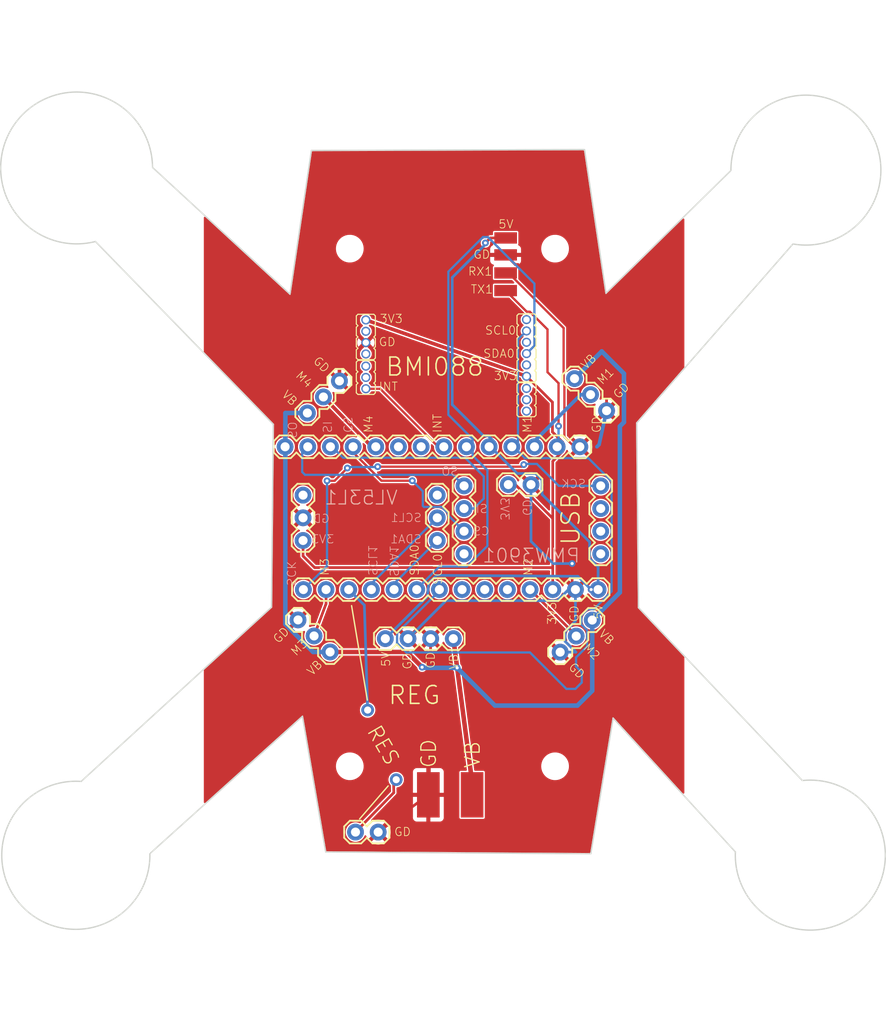
<source format=kicad_pcb>
(kicad_pcb (version 20211014) (generator pcbnew)
  (layers (0 "F.Cu" signal) (1 "In1.Cu" signal) (2 "In2.Cu" signal) (31 "B.Cu" signal) (34 "B.Paste" user) (35 "F.Paste" user) (36 "B.SilkS" user "B.Silkscreen") (37 "F.SilkS" user "F.Silkscreen") (38 "B.Mask" user) (39 "F.Mask" user) (44 "Edge.Cuts" user))
  (net 0 "")
  (net 1 "GND")
  (net 2 "5V")
  (net 3 "VBAT")
  (net 4 "TX1")
  (net 5 "SCK")
  (net 6 "CS")
  (net 7 "MOSI")
  (net 8 "MISO")
  (net 9 "3V3")
  (net 10 "SCL0")
  (net 11 "SDA0")
  (net 12 "RX1")
  (net 13 "INT")
  (net 14 "SDA1")
  (net 15 "SCL1")
  (net 16 "M1")
  (net 17 "M4")
  (net 18 "M3")
  (net 19 "M2")
  (net 20 "LED_MCU")
  (net 21 "LED_LED")
  (footprint "" (layer "F.Cu") (at 189.258542 148.898846)
    (fp_text reference "@HOLE10" hide)
    (fp_text value "" (at 0 0) (layer "F.SilkS") (effects (font (size 1.27 1.27))))
    (pad "" np_thru_hole circle (at 0 0) (size 2.4 2.4) (drill 2.4) (layers *.Cu *.Mask))
  )
  (footprint "" (layer "F.Cu") (at 111.858542 144.198846)
    (fp_text reference "@HOLE17" hide)
    (fp_text value "" (at 0 0) (layer "F.SilkS") (effects (font (size 1.27 1.27))))
    (pad "" np_thru_hole circle (at 0 0) (size 2.4 2.4) (drill 2.4) (layers *.Cu *.Mask))
  )
  (footprint "" (layer "F.Cu") (at 111.758542 65.898846)
    (fp_text reference "@HOLE8" hide)
    (fp_text value "" (at 0 0) (layer "F.SilkS") (effects (font (size 1.27 1.27))))
    (pad "" np_thru_hole circle (at 0 0) (size 2.4 2.4) (drill 2.4) (layers *.Cu *.Mask))
  )
  (footprint "" (layer "F.Cu") (at 189.958542 139.498846)
    (fp_text reference "@HOLE9" hide)
    (fp_text value "" (at 0 0) (layer "F.SilkS") (effects (font (size 1.27 1.27))))
    (pad "" np_thru_hole circle (at 0 0) (size 2.4 2.4) (drill 2.4) (layers *.Cu *.Mask))
  )
  (footprint "teensypi v74:PH005-1-3" (layer "F.Cu") (at 139.858542 91.299246 90)
    (fp_text reference "PH3" hide)
    (fp_text value "PH1X3-05" hide)
    (pad "1" thru_hole circle (at 0 0 180) (size 1.016 1.016) (drill 0.7) (layers *.Cu *.Mask) (net 13 "INT"))
    (pad "2" thru_hole circle (at 1.27 0 180) (size 1.016 1.016) (drill 0.7) (layers *.Cu *.Mask))
    (pad "3" thru_hole circle (at 2.54 0 180) (size 1.016 1.016) (drill 0.7) (layers *.Cu *.Mask))
  )
  (footprint "teensypi v74:1X14" (layer "F.Cu") (at 132.858542 113.798846)
    (fp_text reference "T1" hide)
    (fp_text value "")
    (pad "1" thru_hole circle (at 0 0 90) (size 1.8796 1.8796) (drill 1.016) (layers *.Cu *.Mask) (net 5 "SCK"))
    (pad "2" thru_hole circle (at 2.54 0 90) (size 1.8796 1.8796) (drill 1.016) (layers *.Cu *.Mask) (net 18 "M3"))
    (pad "3" thru_hole circle (at 5.08 0 90) (size 1.8796 1.8796) (drill 1.016) (layers *.Cu *.Mask) (net 20 "LED_MCU"))
    (pad "4" thru_hole circle (at 7.62 0 90) (size 1.8796 1.8796) (drill 1.016) (layers *.Cu *.Mask) (net 15 "SCL1"))
    (pad "5" thru_hole circle (at 10.16 0 90) (size 1.8796 1.8796) (drill 1.016) (layers *.Cu *.Mask) (net 14 "SDA1"))
    (pad "6" thru_hole circle (at 12.7 0 90) (size 1.8796 1.8796) (drill 1.016) (layers *.Cu *.Mask) (net 11 "SDA0"))
    (pad "7" thru_hole circle (at 15.24 0 90) (size 1.8796 1.8796) (drill 1.016) (layers *.Cu *.Mask) (net 10 "SCL0"))
    (pad "8" thru_hole circle (at 17.78 0 90) (size 1.8796 1.8796) (drill 1.016) (layers *.Cu *.Mask))
    (pad "9" thru_hole circle (at 20.32 0 90) (size 1.8796 1.8796) (drill 1.016) (layers *.Cu *.Mask))
    (pad "10" thru_hole circle (at 22.86 0 90) (size 1.8796 1.8796) (drill 1.016) (layers *.Cu *.Mask))
    (pad "11" thru_hole circle (at 25.4 0 90) (size 1.8796 1.8796) (drill 1.016) (layers *.Cu *.Mask) (net 19 "M2"))
    (pad "12" thru_hole circle (at 27.94 0 90) (size 1.8796 1.8796) (drill 1.016) (layers *.Cu *.Mask) (net 9 "3V3"))
    (pad "13" thru_hole circle (at 30.48 0 90) (size 1.8796 1.8796) (drill 1.016) (layers *.Cu *.Mask) (net 1 "GND"))
    (pad "14" thru_hole circle (at 33.02 0 90) (size 1.8796 1.8796) (drill 1.016) (layers *.Cu *.Mask) (net 2 "5V"))
  )
  (footprint "" (layer "F.Cu") (at 107.258542 66.198846)
    (fp_text reference "@HOLE22" hide)
    (fp_text value "" (at 0 0) (layer "F.SilkS") (effects (font (size 1.27 1.27))))
    (pad "" np_thru_hole circle (at 0 0) (size 5 5) (drill 5) (layers *.Cu *.Mask))
  )
  (footprint "teensypi v74:SMD1,27-2,54" (layer "F.Cu") (at 155.515942 80.298846 -90)
    (fp_text reference "PAD6" hide)
    (fp_text value "")
    (pad "1" smd rect (at 0 0 270) (size 1.27 2.54) (layers "F.Cu" "F.Paste" "F.Mask") (net 4 "TX1"))
  )
  (footprint "teensypi v74:1X03" (layer "F.Cu") (at 147.858542 108.298846 90)
    (fp_text reference "VL53L1_1" hide)
    (fp_text value "455-1750-1-ND" hide)
    (pad "1" thru_hole circle (at 0 0 180) (size 1.8796 1.8796) (drill 1.016) (layers *.Cu *.Mask) (net 14 "SDA1"))
    (pad "2" thru_hole circle (at 2.54 0 180) (size 1.8796 1.8796) (drill 1.016) (layers *.Cu *.Mask) (net 15 "SCL1"))
    (pad "3" thru_hole circle (at 5.08 0 180) (size 1.8796 1.8796) (drill 1.016) (layers *.Cu *.Mask))
  )
  (footprint "teensypi v74:1X04" (layer "F.Cu") (at 149.658542 119.298846 180)
    (fp_text reference "REG" hide)
    (fp_text value "")
    (pad "1" thru_hole circle (at 0 0 270) (size 1.8796 1.8796) (drill 1.016) (layers *.Cu *.Mask) (net 3 "VBAT"))
    (pad "2" thru_hole circle (at 2.54 0 270) (size 1.8796 1.8796) (drill 1.016) (layers *.Cu *.Mask) (net 1 "GND"))
    (pad "3" thru_hole circle (at 5.08 0 270) (size 1.8796 1.8796) (drill 1.016) (layers *.Cu *.Mask) (net 1 "GND"))
    (pad "4" thru_hole circle (at 7.62 0 270) (size 1.8796 1.8796) (drill 1.016) (layers *.Cu *.Mask) (net 2 "5V"))
  )
  (footprint "teensypi v74:1X02" (layer "F.Cu") (at 158.358542 102.034637 180)
    (fp_text reference "PMW3901_3" hide)
    (fp_text value "")
    (pad "1" thru_hole circle (at 0 0 270) (size 1.8796 1.8796) (drill 1.016) (layers *.Cu *.Mask) (net 1 "GND"))
    (pad "2" thru_hole circle (at 2.54 0 270) (size 1.8796 1.8796) (drill 1.016) (layers *.Cu *.Mask) (net 9 "3V3"))
  )
  (footprint "" (layer "F.Cu") (at 138.058542 133.598846)
    (fp_text reference "@HOLE20" hide)
    (fp_text value "" (at 0 0) (layer "F.SilkS") (effects (font (size 1.27 1.27))))
    (pad "" np_thru_hole circle (at 0 0) (size 2.6 2.6) (drill 2.6) (layers *.Cu *.Mask))
  )
  (footprint "teensypi v74:SMD1,27-2,54" (layer "F.Cu") (at 155.515942 76.298846 90)
    (fp_text reference "PAD3" hide)
    (fp_text value "")
    (pad "1" smd rect (at 0 0 90) (size 1.27 2.54) (layers "F.Cu" "F.Paste" "F.Mask") (net 1 "GND"))
  )
  (footprint "" (layer "F.Cu") (at 107.158542 144.098846)
    (fp_text reference "@HOLE13" hide)
    (fp_text value "" (at 0 0) (layer "F.SilkS") (effects (font (size 1.27 1.27))))
    (pad "" np_thru_hole circle (at 0 0) (size 5 5) (drill 5) (layers *.Cu *.Mask))
  )
  (footprint "teensypi v74:1X04" (layer "F.Cu") (at 166.169792 109.798846 90)
    (fp_text reference "PMW3901_2" hide)
    (fp_text value "")
    (pad "1" thru_hole circle (at 0 0 180) (size 1.8796 1.8796) (drill 1.016) (layers *.Cu *.Mask))
    (pad "2" thru_hole circle (at 2.54 0 180) (size 1.8796 1.8796) (drill 1.016) (layers *.Cu *.Mask))
    (pad "3" thru_hole circle (at 5.08 0 180) (size 1.8796 1.8796) (drill 1.016) (layers *.Cu *.Mask))
    (pad "4" thru_hole circle (at 7.62 0 180) (size 1.8796 1.8796) (drill 1.016) (layers *.Cu *.Mask) (net 5 "SCK"))
  )
  (footprint "" (layer "F.Cu") (at 102.058542 65.798846)
    (fp_text reference "@HOLE7" hide)
    (fp_text value "" (at 0 0) (layer "F.SilkS") (effects (font (size 1.27 1.27))))
    (pad "" np_thru_hole circle (at 0 0) (size 2.4 2.4) (drill 2.4) (layers *.Cu *.Mask))
  )
  (footprint "" (layer "F.Cu") (at 189.958542 61.498846)
    (fp_text reference "@HOLE1" hide)
    (fp_text value "" (at 0 0) (layer "F.SilkS") (effects (font (size 1.27 1.27))))
    (pad "" np_thru_hole circle (at 0 0) (size 2.4 2.4) (drill 2.4) (layers *.Cu *.Mask))
  )
  (footprint "teensypi v74:1X03" (layer "F.Cu") (at 132.258542 117.198846 -45)
    (fp_text reference "M3" hide)
    (fp_text value "455-1750-1-ND" hide)
    (pad "1" thru_hole circle (at 0 0 45) (size 1.8796 1.8796) (drill 1.016) (layers *.Cu *.Mask) (net 1 "GND"))
    (pad "2" thru_hole circle (at 2.54 0 45) (size 1.8796 1.8796) (drill 1.016) (layers *.Cu *.Mask) (net 18 "M3"))
    (pad "3" thru_hole circle (at 5.08 0 45) (size 1.8796 1.8796) (drill 1.016) (layers *.Cu *.Mask) (net 3 "VBAT"))
  )
  (footprint "teensypi v74:SMD2,54-5,08" (layer "F.Cu") (at 151.758542 136.798846)
    (fp_text reference "PAD14" hide)
    (fp_text value "")
    (pad "1" smd rect (at 0 0) (size 2.54 5.08) (layers "F.Cu" "F.Paste" "F.Mask") (net 3 "VBAT"))
  )
  (footprint "" (layer "F.Cu") (at 138.058542 75.598846)
    (fp_text reference "@HOLE18" hide)
    (fp_text value "" (at 0 0) (layer "F.SilkS") (effects (font (size 1.27 1.27))))
    (pad "" np_thru_hole circle (at 0 0) (size 2.6 2.6) (drill 2.6) (layers *.Cu *.Mask))
  )
  (footprint "" (layer "F.Cu") (at 102.258542 143.698846)
    (fp_text reference "@HOLE16" hide)
    (fp_text value "" (at 0 0) (layer "F.SilkS") (effects (font (size 1.27 1.27))))
    (pad "" np_thru_hole circle (at 0 0) (size 2.4 2.4) (drill 2.4) (layers *.Cu *.Mask))
  )
  (footprint "" (layer "F.Cu") (at 184.758542 65.798846)
    (fp_text reference "@HOLE3" hide)
    (fp_text value "" (at 0 0) (layer "F.SilkS") (effects (font (size 1.27 1.27))))
    (pad "" np_thru_hole circle (at 0 0) (size 2.4 2.4) (drill 2.4) (layers *.Cu *.Mask))
  )
  (footprint "" (layer "F.Cu") (at 194.258542 144.298846)
    (fp_text reference "@HOLE12" hide)
    (fp_text value "" (at 0 0) (layer "F.SilkS") (effects (font (size 1.27 1.27))))
    (pad "" np_thru_hole circle (at 0 0) (size 2.4 2.4) (drill 2.4) (layers *.Cu *.Mask))
  )
  (footprint "teensypi v74:1X04" (layer "F.Cu") (at 150.858542 109.798846 90)
    (fp_text reference "PMW3901_1" hide)
    (fp_text value "")
    (pad "1" thru_hole circle (at 0 0 180) (size 1.8796 1.8796) (drill 1.016) (layers *.Cu *.Mask))
    (pad "2" thru_hole circle (at 2.54 0 180) (size 1.8796 1.8796) (drill 1.016) (layers *.Cu *.Mask) (net 6 "CS"))
    (pad "3" thru_hole circle (at 5.08 0 180) (size 1.8796 1.8796) (drill 1.016) (layers *.Cu *.Mask) (net 7 "MOSI"))
    (pad "4" thru_hole circle (at 7.62 0 180) (size 1.8796 1.8796) (drill 1.016) (layers *.Cu *.Mask) (net 8 "MISO"))
  )
  (footprint "" (layer "F.Cu") (at 107.458542 70.898846)
    (fp_text reference "@HOLE6" hide)
    (fp_text value "" (at 0 0) (layer "F.SilkS") (effects (font (size 1.27 1.27))))
    (pad "" np_thru_hole circle (at 0 0) (size 2.4 2.4) (drill 2.4) (layers *.Cu *.Mask))
  )
  (footprint "teensypi v74:1X14" (layer "F.Cu") (at 130.81 97.798846)
    (fp_text reference "T2" hide)
    (fp_text value "")
    (pad "1" thru_hole circle (at 0 0 90) (size 1.8796 1.8796) (drill 1.016) (layers *.Cu *.Mask) (net 8 "MISO"))
    (pad "2" thru_hole circle (at 2.54 0 90) (size 1.8796 1.8796) (drill 1.016) (layers *.Cu *.Mask) (net 7 "MOSI"))
    (pad "3" thru_hole circle (at 5.08 0 90) (size 1.8796 1.8796) (drill 1.016) (layers *.Cu *.Mask) (net 6 "CS"))
    (pad "4" thru_hole circle (at 7.62 0 90) (size 1.8796 1.8796) (drill 1.016) (layers *.Cu *.Mask) (net 17 "M4"))
    (pad "5" thru_hole circle (at 10.16 0 90) (size 1.8796 1.8796) (drill 1.016) (layers *.Cu *.Mask))
    (pad "6" thru_hole circle (at 12.7 0 90) (size 1.8796 1.8796) (drill 1.016) (layers *.Cu *.Mask))
    (pad "7" thru_hole circle (at 15.24 0 90) (size 1.8796 1.8796) (drill 1.016) (layers *.Cu *.Mask) (net 13 "INT"))
    (pad "8" thru_hole circle (at 17.78 0 90) (size 1.8796 1.8796) (drill 1.016) (layers *.Cu *.Mask))
    (pad "9" thru_hole circle (at 20.32 0 90) (size 1.8796 1.8796) (drill 1.016) (layers *.Cu *.Mask))
    (pad "10" thru_hole circle (at 22.86 0 90) (size 1.8796 1.8796) (drill 1.016) (layers *.Cu *.Mask))
    (pad "11" thru_hole circle (at 25.4 0 90) (size 1.8796 1.8796) (drill 1.016) (layers *.Cu *.Mask) (net 16 "M1"))
    (pad "12" thru_hole circle (at 27.94 0 90) (size 1.8796 1.8796) (drill 1.016) (layers *.Cu *.Mask) (net 4 "TX1"))
    (pad "13" thru_hole circle (at 30.48 0 90) (size 1.8796 1.8796) (drill 1.016) (layers *.Cu *.Mask) (net 12 "RX1"))
    (pad "14" thru_hole circle (at 33.02 0 90) (size 1.8796 1.8796) (drill 1.016) (layers *.Cu *.Mask) (net 1 "GND"))
  )
  (footprint "teensypi v74:1X1" (layer "F.Cu") (at 140.058542 127.298846)
    (fp_text reference "U$2" hide)
    (fp_text value "1X1" hide)
    (pad "1" thru_hole circle (at 0 0) (size 1.4224 1.4224) (drill 0.8) (layers *.Cu *.Mask) (net 20 "LED_MCU"))
  )
  (footprint "teensypi v74:1X1" (layer "F.Cu") (at 143.258542 135.098846)
    (fp_text reference "U$1" hide)
    (fp_text value "1X1" hide)
    (pad "1" thru_hole circle (at 0 0) (size 1.4224 1.4224) (drill 0.8) (layers *.Cu *.Mask) (net 21 "LED_LED"))
  )
  (footprint "" (layer "F.Cu") (at 161.058542 133.598846)
    (fp_text reference "@HOLE21" hide)
    (fp_text value "" (at 0 0) (layer "F.SilkS") (effects (font (size 1.27 1.27))))
    (pad "" np_thru_hole circle (at 0 0) (size 2.6 2.6) (drill 2.6) (layers *.Cu *.Mask))
  )
  (footprint "teensypi v74:SMD2,54-5,08" (layer "F.Cu") (at 146.858542 136.798846)
    (fp_text reference "PAD13" hide)
    (fp_text value "")
    (pad "1" smd rect (at 0 0) (size 2.54 5.08) (layers "F.Cu" "F.Paste" "F.Mask") (net 1 "GND"))
  )
  (footprint "teensypi v74:PH005-1-4" (layer "F.Cu") (at 139.858542 87.398846 90)
    (fp_text reference "BMI088_1" hide)
    (fp_text value "PH1X4-05" hide)
    (pad "1" thru_hole circle (at 0 0 180) (size 1.016 1.016) (drill 0.7) (layers *.Cu *.Mask))
    (pad "2" thru_hole circle (at 1.27 0 180) (size 1.016 1.016) (drill 0.7) (layers *.Cu *.Mask) (net 1 "GND"))
    (pad "3" thru_hole circle (at 2.54 0 180) (size 1.016 1.016) (drill 0.7) (layers *.Cu *.Mask))
    (pad "4" thru_hole circle (at 3.81 0 180) (size 1.016 1.016) (drill 0.7) (layers *.Cu *.Mask) (net 9 "3V3"))
  )
  (footprint "" (layer "F.Cu") (at 107.458542 138.998846)
    (fp_text reference "@HOLE14" hide)
    (fp_text value "" (at 0 0) (layer "F.SilkS") (effects (font (size 1.27 1.27))))
    (pad "" np_thru_hole circle (at 0 0) (size 2.4 2.4) (drill 2.4) (layers *.Cu *.Mask))
  )
  (footprint "" (layer "F.Cu") (at 106.758542 61.498846)
    (fp_text reference "@HOLE5" hide)
    (fp_text value "" (at 0 0) (layer "F.SilkS") (effects (font (size 1.27 1.27))))
    (pad "" np_thru_hole circle (at 0 0) (size 2.4 2.4) (drill 2.4) (layers *.Cu *.Mask))
  )
  (footprint "" (layer "F.Cu") (at 184.758542 143.798846)
    (fp_text reference "@HOLE11" hide)
    (fp_text value "" (at 0 0) (layer "F.SilkS") (effects (font (size 1.27 1.27))))
    (pad "" np_thru_hole circle (at 0 0) (size 2.4 2.4) (drill 2.4) (layers *.Cu *.Mask))
  )
  (footprint "teensypi v74:1X03" (layer "F.Cu") (at 166.827092 93.755428 135)
    (fp_text reference "M1" hide)
    (fp_text value "455-1750-1-ND" hide)
    (pad "1" thru_hole circle (at 0 0 225) (size 1.8796 1.8796) (drill 1.016) (layers *.Cu *.Mask) (net 1 "GND"))
    (pad "2" thru_hole circle (at 2.54 0 225) (size 1.8796 1.8796) (drill 1.016) (layers *.Cu *.Mask) (net 16 "M1"))
    (pad "3" thru_hole circle (at 5.08 0 225) (size 1.8796 1.8796) (drill 1.016) (layers *.Cu *.Mask) (net 3 "VBAT"))
  )
  (footprint "" (layer "F.Cu") (at 161.058542 75.598846)
    (fp_text reference "@HOLE19" hide)
    (fp_text value "" (at 0 0) (layer "F.SilkS") (effects (font (size 1.27 1.27))))
    (pad "" np_thru_hole circle (at 0 0) (size 2.6 2.6) (drill 2.6) (layers *.Cu *.Mask))
  )
  (footprint "" (layer "F.Cu") (at 106.758542 148.798846)
    (fp_text reference "@HOLE15" hide)
    (fp_text value "" (at 0 0) (layer "F.SilkS") (effects (font (size 1.27 1.27))))
    (pad "" np_thru_hole circle (at 0 0) (size 2.4 2.4) (drill 2.4) (layers *.Cu *.Mask))
  )
  (footprint "teensypi v74:PH005-1-3" (layer "F.Cu") (at 157.858542 93.798846 90)
    (fp_text reference "PH2" hide)
    (fp_text value "PH1X3-05" hide)
    (pad "1" thru_hole circle (at 0 0 180) (size 1.016 1.016) (drill 0.7) (layers *.Cu *.Mask))
    (pad "2" thru_hole circle (at 1.27 0 180) (size 1.016 1.016) (drill 0.7) (layers *.Cu *.Mask))
    (pad "3" thru_hole circle (at 2.54 0 180) (size 1.016 1.016) (drill 0.7) (layers *.Cu *.Mask))
  )
  (footprint "" (layer "F.Cu") (at 194.258542 66.298846)
    (fp_text reference "@HOLE4" hide)
    (fp_text value "" (at 0 0) (layer "F.SilkS") (effects (font (size 1.27 1.27))))
    (pad "" np_thru_hole circle (at 0 0) (size 2.4 2.4) (drill 2.4) (layers *.Cu *.Mask))
  )
  (footprint "teensypi v74:PH005-1-6" (layer "F.Cu") (at 157.858542 89.898446 90)
    (fp_text reference "BMI088_2" hide)
    (fp_text value "PH1X6-05" hide)
    (pad "1" thru_hole circle (at 0 0 180) (size 1.016 1.016) (drill 0.7) (layers *.Cu *.Mask) (net 9 "3V3"))
    (pad "2" thru_hole circle (at 1.27 0 180) (size 1.016 1.016) (drill 0.7) (layers *.Cu *.Mask))
    (pad "3" thru_hole circle (at 2.54 0 180) (size 1.016 1.016) (drill 0.7) (layers *.Cu *.Mask) (net 11 "SDA0"))
    (pad "4" thru_hole circle (at 3.81 0 180) (size 1.016 1.016) (drill 0.7) (layers *.Cu *.Mask))
    (pad "5" thru_hole circle (at 5.08 0 180) (size 1.016 1.016) (drill 0.7) (layers *.Cu *.Mask) (net 10 "SCL0"))
    (pad "6" thru_hole circle (at 6.35 0 180) (size 1.016 1.016) (drill 0.7) (layers *.Cu *.Mask))
  )
  (footprint "" (layer "F.Cu") (at 189.658542 144.098846)
    (fp_text reference "@HOLE23" hide)
    (fp_text value "" (at 0 0) (layer "F.SilkS") (effects (font (size 1.27 1.27))))
    (pad "" np_thru_hole circle (at 0 0) (size 5 5) (drill 5) (layers *.Cu *.Mask))
  )
  (footprint "" (layer "F.Cu") (at 189.258542 70.898846)
    (fp_text reference "@HOLE2" hide)
    (fp_text value "" (at 0 0) (layer "F.SilkS") (effects (font (size 1.27 1.27))))
    (pad "" np_thru_hole circle (at 0 0) (size 2.4 2.4) (drill 2.4) (layers *.Cu *.Mask))
  )
  (footprint "" (layer "F.Cu") (at 189.658542 66.198846)
    (fp_text reference "@HOLE0" hide)
    (fp_text value "" (at 0 0) (layer "F.SilkS") (effects (font (size 1.27 1.27))))
    (pad "" np_thru_hole circle (at 0 0) (size 5 5) (drill 5) (layers *.Cu *.Mask))
  )
  (footprint "teensypi v74:SMD1,27-2,54" (layer "F.Cu") (at 155.515942 78.321246 -90)
    (fp_text reference "PAD1" hide)
    (fp_text value "")
    (pad "1" smd rect (at 0 0 270) (size 1.27 2.54) (layers "F.Cu" "F.Paste" "F.Mask") (net 12 "RX1"))
  )
  (footprint "teensypi v74:1X02" (layer "F.Cu") (at 141.237548 140.974146 180)
    (fp_text reference "LED" hide)
    (fp_text value "")
    (pad "1" thru_hole circle (at 0 0 270) (size 1.8796 1.8796) (drill 1.016) (layers *.Cu *.Mask) (net 1 "GND"))
    (pad "2" thru_hole circle (at 2.54 0 270) (size 1.8796 1.8796) (drill 1.016) (layers *.Cu *.Mask) (net 21 "LED_LED"))
  )
  (footprint "teensypi v74:1X03" (layer "F.Cu") (at 136.898473 90.422678 -135)
    (fp_text reference "M4" hide)
    (fp_text value "455-1750-1-ND" hide)
    (pad "1" thru_hole circle (at 0 0 315) (size 1.8796 1.8796) (drill 1.016) (layers *.Cu *.Mask) (net 1 "GND"))
    (pad "2" thru_hole circle (at 2.54 0 315) (size 1.8796 1.8796) (drill 1.016) (layers *.Cu *.Mask) (net 17 "M4"))
    (pad "3" thru_hole circle (at 5.08 0 315) (size 1.8796 1.8796) (drill 1.016) (layers *.Cu *.Mask) (net 3 "VBAT"))
  )
  (footprint "teensypi v74:SMD1,27-2,54" (layer "F.Cu") (at 155.523542 74.398846 -90)
    (fp_text reference "PAD4" hide)
    (fp_text value "")
    (pad "1" smd rect (at 0 0 270) (size 1.27 2.54) (layers "F.Cu" "F.Paste" "F.Mask") (net 2 "5V"))
  )
  (footprint "teensypi v74:1X03" (layer "F.Cu") (at 161.62891 120.807396 45)
    (fp_text reference "M2" hide)
    (fp_text value "455-1750-1-ND" hide)
    (pad "1" thru_hole circle (at 0 0 135) (size 1.8796 1.8796) (drill 1.016) (layers *.Cu *.Mask) (net 1 "GND"))
    (pad "2" thru_hole circle (at 2.54 0 135) (size 1.8796 1.8796) (drill 1.016) (layers *.Cu *.Mask) (net 19 "M2"))
    (pad "3" thru_hole circle (at 5.08 0 135) (size 1.8796 1.8796) (drill 1.016) (layers *.Cu *.Mask) (net 3 "VBAT"))
  )
  (footprint "teensypi v74:1X03" (layer "F.Cu") (at 132.822973 108.298846 90)
    (fp_text reference "VL53L1_2" hide)
    (fp_text value "455-1750-1-ND" hide)
    (pad "1" thru_hole circle (at 0 0 180) (size 1.8796 1.8796) (drill 1.016) (layers *.Cu *.Mask) (net 9 "3V3"))
    (pad "2" thru_hole circle (at 2.54 0 180) (size 1.8796 1.8796) (drill 1.016) (layers *.Cu *.Mask) (net 1 "GND"))
    (pad "3" thru_hole circle (at 5.08 0 180) (size 1.8796 1.8796) (drill 1.016) (layers *.Cu *.Mask))
  )
  (gr_line (start 138.258542 115.598846) (end 140.023563 126.182846) (layer "F.SilkS") (width 0.1524))
  (gr_line (start 142.358542 135.798846) (end 139.158542 139.498846) (layer "F.SilkS") (width 0.1524))
  (gr_arc (start 115.658542 143.398846) (mid 101.350318 149.290616) (end 107.958541 135.298846) (layer "Edge.Cuts") (width 0.1524))
  (gr_arc (start 109.558542 74.798846) (mid 100.715612 61.362732) (end 115.958541 66.498846) (layer "Edge.Cuts") (width 0.1524))
  (gr_line (start 170.201792 95.127665) (end 170.401792 115.827665) (layer "Edge.Cuts") (width 0.1524))
  (gr_line (start 115.758542 143.298846) (end 132.758542 127.998846) (layer "Edge.Cuts") (width 0.1524))
  (gr_line (start 129.490973 95.27439) (end 109.558542 74.798846) (layer "Edge.Cuts") (width 0.1524))
  (gr_line (start 129.490973 95.27439) (end 129.290973 115.77439) (layer "Edge.Cuts") (width 0.1524))
  (gr_line (start 132.758542 127.998846) (end 135.358542 143.198846) (layer "Edge.Cuts") (width 0.1524))
  (gr_line (start 181.258542 143.198846) (end 167.558542 128.198846) (layer "Edge.Cuts") (width 0.1524))
  (gr_arc (start 180.758542 66.798846) (mid 195.58984 61.395293) (end 187.710546 75.073104) (layer "Edge.Cuts") (width 0.1524))
  (gr_line (start 166.758542 80.598846) (end 164.358542 64.498846) (layer "Edge.Cuts") (width 0.1524))
  (gr_line (start 131.358542 80.698846) (end 115.958542 66.498846) (layer "Edge.Cuts") (width 0.1524))
  (gr_line (start 170.201792 95.127665) (end 187.634192 75.158621) (layer "Edge.Cuts") (width 0.1524))
  (gr_line (start 107.958542 135.298846) (end 129.290973 115.77439) (layer "Edge.Cuts") (width 0.1524))
  (gr_line (start 135.358542 143.198846) (end 165.058542 143.398846) (layer "Edge.Cuts") (width 0.1524))
  (gr_line (start 133.758542 64.598846) (end 164.258542 64.498846) (layer "Edge.Cuts") (width 0.1524))
  (gr_line (start 166.758542 80.598846) (end 180.733045 66.873196) (layer "Edge.Cuts") (width 0.1524))
  (gr_line (start 131.358542 80.698846) (end 133.758542 64.598846) (layer "Edge.Cuts") (width 0.1524))
  (gr_arc (start 188.758542 135.198846) (mid 195.784042 149.300879) (end 181.258541 143.198846) (layer "Edge.Cuts") (width 0.1524))
  (gr_line (start 188.758542 135.198846) (end 170.401792 115.827665) (layer "Edge.Cuts") (width 0.1524))
  (gr_line (start 167.558542 128.198846) (end 165.058542 143.398846) (layer "Edge.Cuts") (width 0.1524))
  (gr_text "3V3" (at 136.358542 108.698846) (layer "B.SilkS") (effects (font (size 0.93472 0.93472) (thickness 0.08128)) (justify left bottom mirror)))
  (gr_text "SCK" (at 164.558542 102.498846) (layer "B.SilkS") (effects (font (size 0.93472 0.93472) (thickness 0.08128)) (justify left bottom mirror)))
  (gr_text "SCL1" (at 140.058542 112.298846 -90) (layer "B.SilkS") (effects (font (size 0.93472 0.93472) (thickness 0.08128)) (justify left bottom mirror)))
  (gr_text "SI" (at 134.958542 96.298846 -90) (layer "B.SilkS") (effects (font (size 0.93472 0.93472) (thickness 0.08128)) (justify left bottom mirror)))
  (gr_text "GD" (at 157.358542 105.598846 -90) (layer "B.SilkS") (effects (font (size 0.93472 0.93472) (thickness 0.08128)) (justify left bottom mirror)))
  (gr_text "SDA1" (at 146.158542 108.698846) (layer "B.SilkS") (effects (font (size 0.93472 0.93472) (thickness 0.08128)) (justify left bottom mirror)))
  (gr_text "PMW3901" (at 163.935285 110.9004) (layer "B.SilkS") (effects (font (size 1.542288 1.542288) (thickness 0.134112)) (justify left bottom mirror)))
  (gr_text "SCL1" (at 146.158542 106.298846) (layer "B.SilkS") (effects (font (size 0.93472 0.93472) (thickness 0.08128)) (justify left bottom mirror)))
  (gr_text "CS" (at 137.258542 96.298846 -90) (layer "B.SilkS") (effects (font (size 0.93472 0.93472) (thickness 0.08128)) (justify left bottom mirror)))
  (gr_text "CS" (at 153.758542 107.798846) (layer "B.SilkS") (effects (font (size 0.93472 0.93472) (thickness 0.08128)) (justify left bottom mirror)))
  (gr_text "SCK" (at 130.936142 113.430046 -90) (layer "B.SilkS") (effects (font (size 0.93472 0.93472) (thickness 0.08128)) (justify left bottom mirror)))
  (gr_text "SDA1" (at 142.458542 112.398846 -90) (layer "B.SilkS") (effects (font (size 0.93472 0.93472) (thickness 0.08128)) (justify left bottom mirror)))
  (gr_text "3V3" (at 154.858542 106.098846 -90) (layer "B.SilkS") (effects (font (size 0.93472 0.93472) (thickness 0.08128)) (justify left bottom mirror)))
  (gr_text "SI" (at 153.558542 105.298846) (layer "B.SilkS") (effects (font (size 0.93472 0.93472) (thickness 0.08128)) (justify left bottom mirror)))
  (gr_text "GD" (at 135.858542 106.398846) (layer "B.SilkS") (effects (font (size 0.93472 0.93472) (thickness 0.08128)) (justify left bottom mirror)))
  (gr_text "SO" (at 131.040942 96.908446 -90) (layer "B.SilkS") (effects (font (size 0.93472 0.93472) (thickness 0.08128)) (justify left bottom mirror)))
  (gr_text "VL53L1" (at 143.535285 104.4004) (layer "B.SilkS") (effects (font (size 1.542288 1.542288) (thickness 0.134112)) (justify left bottom mirror)))
  (gr_text "SO" (at 150.258542 101.098846) (layer "B.SilkS") (effects (font (size 0.93472 0.93472) (thickness 0.08128)) (justify left bottom mirror)))
  (gr_text "GD" (at 166.258542 96.298846 90) (layer "F.SilkS") (effects (font (size 0.93472 0.93472) (thickness 0.08128)) (justify left bottom)))
  (gr_text "VB" (at 133.858542 123.598846 45) (layer "F.SilkS") (effects (font (size 0.93472 0.93472) (thickness 0.08128)) (justify left bottom)))
  (gr_text "USB" (at 161.635285 102.7004 90) (layer "F.SilkS") (effects (font (size 2.009648 2.009648) (thickness 0.174752)) (justify right top)))
  (gr_text "TX1" (at 151.558542 80.698846) (layer "F.SilkS") (effects (font (size 0.93472 0.93472) (thickness 0.08128)) (justify left bottom)))
  (gr_text "SCL0" (at 153.158542 85.298846) (layer "F.SilkS") (effects (font (size 0.93472 0.93472) (thickness 0.08128)) (justify left bottom)))
  (gr_text "BMI088" (at 141.958542 90.004943) (layer "F.SilkS") (effects (font (size 2.009648 2.009648) (thickness 0.174752)) (justify left bottom)))
  (gr_text "5V" (at 142.658542 122.498846 90) (layer "F.SilkS") (effects (font (size 0.93472 0.93472) (thickness 0.08128)) (justify left bottom)))
  (gr_text "M1" (at 158.489651 96.298846 90) (layer "F.SilkS") (effects (font (size 0.93472 0.93472) (thickness 0.08128)) (justify left bottom)))
  (gr_text "SDA0" (at 145.858542 112.298846 90) (layer "F.SilkS") (effects (font (size 0.93472 0.93472) (thickness 0.08128)) (justify left bottom)))
  (gr_text "5V" (at 166.458542 117.198846 90) (layer "F.SilkS") (effects (font (size 0.93472 0.93472) (thickness 0.08128)) (justify left bottom)))
  (gr_text "M3" (at 132.058542 121.398846 45) (layer "F.SilkS") (effects (font (size 0.93472 0.93472) (thickness 0.08128)) (justify left bottom)))
  (gr_text "3V3" (at 154.158542 90.398846) (layer "F.SilkS") (effects (font (size 0.93472 0.93472) (thickness 0.08128)) (justify left bottom)))
  (gr_text "VB" (at 164.558542 89.298846 45) (layer "F.SilkS") (effects (font (size 0.93472 0.93472) (thickness 0.08128)) (justify left bottom)))
  (gr_text "GD" (at 141.258542 86.598846) (layer "F.SilkS") (effects (font (size 0.93472 0.93472) (thickness 0.08128)) (justify left bottom)))
  (gr_text "5V" (at 154.658542 73.398846) (layer "F.SilkS") (effects (font (size 0.93472 0.93472) (thickness 0.08128)) (justify left bottom)))
  (gr_text "RES" (at 139.758542 129.604943 300) (layer "F.SilkS") (effects (font (size 1.63576 1.63576) (thickness 0.14224)) (justify left bottom)))
  (gr_text "M3" (at 135.789651 112.298846 90) (layer "F.SilkS") (effects (font (size 0.93472 0.93472) (thickness 0.08128)) (justify left bottom)))
  (gr_text "GD" (at 164.558542 123.198846 315) (layer "F.SilkS") (effects (font (size 0.93472 0.93472) (thickness 0.08128)) (justify right top)))
  (gr_text "M2" (at 166.258542 121.098846 315) (layer "F.SilkS") (effects (font (size 0.93472 0.93472) (thickness 0.08128)) (justify right top)))
  (gr_text "M1" (at 166.358542 90.998846 45) (layer "F.SilkS") (effects (font (size 0.93472 0.93472) (thickness 0.08128)) (justify left bottom)))
  (gr_text "RX1" (at 151.258542 78.698846) (layer "F.SilkS") (effects (font (size 0.93472 0.93472) (thickness 0.08128)) (justify left bottom)))
  (gr_text "INT" (at 141.258542 91.598846) (layer "F.SilkS") (effects (font (size 0.93472 0.93472) (thickness 0.08128)) (justify left bottom)))
  (gr_text "" (at 143.358542 112.198846) (layer "F.SilkS") (effects (font (size 0.93472 0.93472) (thickness 0.08128)) (justify left bottom)))
  (gr_text "VB" (at 132.358542 92.598846 315) (layer "F.SilkS") (effects (font (size 0.93472 0.93472) (thickness 0.08128)) (justify right top)))
  (gr_text "REG" (at 142.258542 126.804943) (layer "F.SilkS") (effects (font (size 2.009648 2.009648) (thickness 0.174752)) (justify left bottom)))
  (gr_text "GD" (at 145.058542 122.798846 90) (layer "F.SilkS") (effects (font (size 0.93472 0.93472) (thickness 0.08128)) (justify left bottom)))
  (gr_text "M4" (at 134.058542 90.598846 315) (layer "F.SilkS") (effects (font (size 0.93472 0.93472) (thickness 0.08128)) (justify right top)))
  (gr_text "SDA0" (at 152.958542 87.898846) (layer "F.SilkS") (effects (font (size 0.93472 0.93472) (thickness 0.08128)) (justify left bottom)))
  (gr_text "GD" (at 151.858542 76.798846) (layer "F.SilkS") (effects (font (size 0.93472 0.93472) (thickness 0.08128)) (justify left bottom)))
  (gr_text "GD" (at 135.958542 88.898846 315) (layer "F.SilkS") (effects (font (size 0.93472 0.93472) (thickness 0.08128)) (justify right top)))
  (gr_text "VB" (at 150.258542 122.798846 90) (layer "F.SilkS") (effects (font (size 0.93472 0.93472) (thickness 0.08128)) (justify left bottom)))
  (gr_text "GD" (at 147.658542 122.698846 90) (layer "F.SilkS") (effects (font (size 0.93472 0.93472) (thickness 0.08128)) (justify left bottom)))
  (gr_text "GD" (at 144.958542 140.398846) (layer "F.SilkS") (effects (font (size 0.93472 0.93472) (thickness 0.08128)) (justify right top)))
  (gr_text "3V3" (at 141.358542 83.998846) (layer "F.SilkS") (effects (font (size 0.93472 0.93472) (thickness 0.08128)) (justify left bottom)))
  (gr_text "GD" (at 147.858542 133.898846 90) (layer "F.SilkS") (effects (font (size 1.63576 1.63576) (thickness 0.14224)) (justify left bottom)))
  (gr_text "3V3" (at 161.258542 117.798846 90) (layer "F.SilkS") (effects (font (size 0.93472 0.93472) (thickness 0.08128)) (justify left bottom)))
  (gr_text "M2" (at 158.589651 112.298846 90) (layer "F.SilkS") (effects (font (size 0.93472 0.93472) (thickness 0.08128)) (justify left bottom)))
  (gr_text "VB" (at 167.858542 119.398846 315) (layer "F.SilkS") (effects (font (size 0.93472 0.93472) (thickness 0.08128)) (justify right top)))
  (gr_text "VB" (at 152.758542 133.898846 90) (layer "F.SilkS") (effects (font (size 1.63576 1.63576) (thickness 0.14224)) (justify left bottom)))
  (gr_text "INT" (at 148.422545 96.298846 90) (layer "F.SilkS") (effects (font (size 0.93472 0.93472) (thickness 0.08128)) (justify left bottom)))
  (gr_text "GD" (at 168.158542 92.598846 45) (layer "F.SilkS") (effects (font (size 0.93472 0.93472) (thickness 0.08128)) (justify left bottom)))
  (gr_text "GD" (at 163.758542 117.498846 90) (layer "F.SilkS") (effects (font (size 0.93472 0.93472) (thickness 0.08128)) (justify left bottom)))
  (gr_text "M4" (at 140.689651 96.298846 90) (layer "F.SilkS") (effects (font (size 0.93472 0.93472) (thickness 0.08128)) (justify left bottom)))
  (gr_text "GD" (at 130.058542 119.998846 45) (layer "F.SilkS") (effects (font (size 0.93472 0.93472) (thickness 0.08128)) (justify left bottom)))
  (gr_text "SCL0" (at 148.458542 113.298846 90) (layer "F.SilkS") (effects (font (size 0.93472 0.93472) (thickness 0.08128)) (justify left bottom)))
  (segment (start 136.298185 102.283634) (end 132.822973 105.758846) (width 0.3048) (layer "F.Cu") (net 1))
  (segment (start 130.100026 125.551809) (end 130.100026 121.149553) (width 0.3048) (layer "F.Cu") (net 1))
  (segment (start 162.966092 110.883271) (end 162.966092 113.426396) (width 0.3048) (layer "F.Cu") (net 1))
  (segment (start 162.966092 113.426396) (end 163.338542 113.798846) (width 0.3048) (layer "F.Cu") (net 1))
  (segment (start 136.898473 89.001834) (end 139.46106 86.439246) (width 0.4064) (layer "F.Cu") (net 1))
  (segment (start 166.827092 87.296346) (end 166.827092 93.755428) (width 0.3048) (layer "F.Cu") (net 1))
  (segment (start 149.319017 101.95824) (end 145.669042 101.95824) (width 0.3048) (layer "F.Cu") (net 1))
  (segment (start 139.46106 86.439246) (end 139.548142 86.439246) (width 0.4064) (layer "F.Cu") (net 1))
  (segment (start 152.398067 101.95824) (end 151.374073 100.934246) (width 0.3048) (layer "F.Cu") (net 1))
  (segment (start 145.343648 102.283634) (end 136.298185 102.283634) (width 0.3048) (layer "F.Cu") (net 1))
  (segment (start 156.598542 77.381446) (end 156.912192 77.381446) (width 0.3048) (layer "F.Cu") (net 1))
  (segment (start 156.912192 77.381446) (end 166.827092 87.296346) (width 0.3048) (layer "F.Cu") (net 1))
  (segment (start 147.080817 123.047796) (end 143.945767 126.182846) (width 0.3048) (layer "F.Cu") (net 1))
  (segment (start 150.34301 100.934246) (end 149.319017 101.95824) (width 0.3048) (layer "F.Cu") (net 1))
  (segment (start 137.503032 126.617512) (end 131.165729 126.617512) (width 0.3048) (layer "F.Cu") (net 1))
  (segment (start 151.374073 100.934246) (end 150.34301 100.934246) (width 0.3048) (layer "F.Cu") (net 1))
  (segment (start 147.080817 123.047796) (end 147.118542 119.298846) (width 0.3048) (layer "F.Cu") (net 1))
  (segment (start 145.669042 101.95824) (end 145.343648 102.283634) (width 0.3048) (layer "F.Cu") (net 1))
  (segment (start 155.515942 76.298846) (end 156.598542 77.381446) (width 0.3048) (layer "F.Cu") (net 1))
  (segment (start 158.358542 102.034637) (end 157.113942 100.790037) (width 0.3048) (layer "F.Cu") (net 1))
  (segment (start 137.937698 126.182846) (end 137.503032 126.617512) (width 0.3048) (layer "F.Cu") (net 1))
  (segment (start 131.165729 126.617512) (end 130.100026 125.551809) (width 0.3048) (layer "F.Cu") (net 1))
  (segment (start 154.13481 101.95824) (end 152.398067 101.95824) (width 0.3048) (layer "F.Cu") (net 1))
  (segment (start 146.958542 135.198846) (end 147.080817 123.047796) (width 0.3048) (layer "F.Cu") (net 1))
  (segment (start 146.858542 136.798846) (end 141.237548 140.974146) (width 0.3048) (layer "F.Cu") (net 1))
  (segment (start 143.945767 126.182846) (end 137.937698 126.182846) (width 0.3048) (layer "F.Cu") (net 1))
  (segment (start 155.303013 100.790037) (end 154.13481 101.95824) (width 0.3048) (layer "F.Cu") (net 1))
  (segment (start 139.548142 86.439246) (end 139.858542 86.128846) (width 0.4064) (layer "F.Cu") (net 1))
  (segment (start 157.113942 100.790037) (end 155.303013 100.790037) (width 0.3048) (layer "F.Cu") (net 1))
  (segment (start 136.898473 90.422678) (end 136.898473 89.001834) (width 0.4064) (layer "F.Cu") (net 1))
  (via (at 162.966092 110.883271) (size 0.7564) (drill 0.35) (layers "F.Cu" "B.Cu") (net 1))
  (segment (start 158.358542 108.392928) (end 158.358542 102.034637) (width 0.3048) (layer "B.Cu") (net 1))
  (segment (start 148.833942 115.043446) (end 144.578542 119.298846) (width 0.3048) (layer "B.Cu") (net 1))
  (segment (start 162.558673 113.798846) (end 161.314073 115.043446) (width 0.3048) (layer "B.Cu") (net 1))
  (segment (start 161.314073 115.043446) (end 148.833942 115.043446) (width 0.3048) (layer "B.Cu") (net 1))
  (segment (start 158.358542 108.392928) (end 160.848885 110.883271) (width 0.3048) (layer "B.Cu") (net 1))
  (segment (start 163.338542 117.337637) (end 162.18036 118.495818) (width 0.3048) (layer "B.Cu") (net 1))
  (segment (start 163.338542 113.798846) (end 163.338542 117.337637) (width 0.3048) (layer "B.Cu") (net 1))
  (segment (start 163.394042 120.807396) (end 161.62891 120.807396) (width 0.3048) (layer "B.Cu") (net 1))
  (segment (start 165.990785 97.55104) (end 165.742979 97.798846) (width 0.4064) (layer "B.Cu") (net 1))
  (segment (start 162.18036 119.593715) (end 163.394042 120.807396) (width 0.3048) (layer "B.Cu") (net 1))
  (segment (start 166.827092 93.755428) (end 165.990785 97.55104) (width 0.4064) (layer "B.Cu") (net 1))
  (segment (start 160.848885 110.883271) (end 162.966092 110.883271) (width 0.3048) (layer "B.Cu") (net 1))
  (segment (start 163.338542 113.798846) (end 162.558673 113.798846) (width 0.3048) (layer "B.Cu") (net 1))
  (segment (start 162.18036 118.495818) (end 162.18036 119.593715) (width 0.3048) (layer "B.Cu") (net 1))
  (segment (start 165.878542 113.798846) (end 165.098673 113.798846) (width 0.3048) (layer "F.Cu") (net 2))
  (segment (start 153.253432 74.957078) (end 153.811663 74.398846) (width 0.3048) (layer "F.Cu") (net 2))
  (segment (start 153.811663 74.398846) (end 155.523542 74.398846) (width 0.3048) (layer "F.Cu") (net 2))
  (via (at 153.253432 74.957078) (size 0.7564) (drill 0.35) (layers "F.Cu" "B.Cu") (net 2))
  (via (at 165.098673 113.798846) (size 0.7564) (drill 0.35) (layers "F.Cu" "B.Cu") (net 2))
  (segment (start 163.614438 112.314612) (end 147.789454 112.205278) (width 0.3048) (layer "B.Cu") (net 2))
  (segment (start 165.878542 111.267728) (end 164.925192 110.314378) (width 0.3048) (layer "B.Cu") (net 2))
  (segment (start 153.55851 96.554246) (end 153.01592 96.554246) (width 0.3048) (layer "B.Cu") (net 2))
  (segment (start 154.287579 97.283315) (end 153.55851 96.554246) (width 0.3048) (layer "B.Cu") (net 2))
  (segment (start 146.905717 113.012428) (end 146.757223 114.580165) (width 0.3048) (layer "B.Cu") (net 2))
  (segment (start 153.253432 75.115725) (end 153.253432 74.957078) (width 0.3048) (layer "B.Cu") (net 2))
  (segment (start 146.757223 114.580165) (end 142.038542 119.298846) (width 0.3048) (layer "B.Cu") (net 2))
  (segment (start 164.925192 110.314378) (end 164.925192 108.463515) (width 0.3048) (layer "B.Cu") (net 2))
  (segment (start 158.874076 100.790037) (end 156.814038 100.790037) (width 0.3048) (layer "B.Cu") (net 2))
  (segment (start 165.878542 113.798846) (end 165.878542 111.267728) (width 0.3048) (layer "B.Cu") (net 2))
  (segment (start 149.53362 93.071946) (end 149.53362 78.835537) (width 0.3048) (layer "B.Cu") (net 2))
  (segment (start 165.098673 113.798846) (end 163.614438 112.314612) (width 0.3048) (layer "B.Cu") (net 2))
  (segment (start 149.53362 78.835537) (end 153.253432 75.115725) (width 0.3048) (layer "B.Cu") (net 2))
  (segment (start 153.01592 96.554246) (end 149.53362 93.071946) (width 0.3048) (layer "B.Cu") (net 2))
  (segment (start 159.603145 101.519106) (end 158.874076 100.790037) (width 0.3048) (layer "B.Cu") (net 2))
  (segment (start 147.789454 112.205278) (end 146.905717 113.012428) (width 0.3048) (layer "B.Cu") (net 2))
  (segment (start 154.287579 98.263578) (end 154.287579 97.283315) (width 0.3048) (layer "B.Cu") (net 2))
  (segment (start 156.814038 100.790037) (end 154.287579 98.263578) (width 0.3048) (layer "B.Cu") (net 2))
  (segment (start 164.925192 108.463515) (end 159.603145 103.141468) (width 0.3048) (layer "B.Cu") (net 2))
  (segment (start 159.603145 103.141468) (end 159.603145 101.519106) (width 0.3048) (layer "B.Cu") (net 2))
  (segment (start 150.386542 124.858115) (end 150.08677 122.568959) (width 0.508) (layer "F.Cu") (net 3))
  (segment (start 146.158542 122.498846) (end 144.450645 120.79095) (width 0.508) (layer "F.Cu") (net 3))
  (segment (start 151.858542 136.098846) (end 150.386542 124.858115) (width 0.508) (layer "F.Cu") (net 3))
  (segment (start 150.08677 122.568959) (end 149.658542 119.298846) (width 0.508) (layer "F.Cu") (net 3))
  (segment (start 144.450645 120.79095) (end 135.850642 120.79095) (width 0.508) (layer "F.Cu") (net 3))
  (via (at 150.08677 122.568959) (size 0.7564) (drill 0.35) (layers "F.Cu" "B.Cu") (net 3))
  (via (at 146.158542 122.498846) (size 0.7564) (drill 0.35) (layers "F.Cu" "B.Cu") (net 3))
  (segment (start 146.158542 122.498846) (end 146.228654 122.568959) (width 0.508) (layer "B.Cu") (net 3))
  (segment (start 135.850642 120.79095) (end 133.946826 120.79095) (width 0.508) (layer "B.Cu") (net 3))
  (segment (start 165.22101 117.215296) (end 165.22101 125.136378) (width 0.508) (layer "B.Cu") (net 3))
  (segment (start 130.84252 95.2783) (end 130.84252 94.014781) (width 0.508) (layer "B.Cu") (net 3))
  (segment (start 130.837173 95.283646) (end 130.84252 95.2783) (width 0.508) (layer "B.Cu") (net 3))
  (segment (start 168.773295 89.597825) (end 168.773295 95.052343) (width 0.508) (layer "B.Cu") (net 3))
  (segment (start 130.84252 94.014781) (end 133.30637 94.014781) (width 0.508) (layer "B.Cu") (net 3))
  (segment (start 133.946826 120.79095) (end 130.837173 117.681296) (width 0.508) (layer "B.Cu") (net 3))
  (segment (start 168.773295 95.052343) (end 168.317345 95.508293) (width 0.508) (layer "B.Cu") (net 3))
  (segment (start 146.228654 122.568959) (end 150.08677 122.568959) (width 0.508) (layer "B.Cu") (net 3))
  (segment (start 166.286895 87.111421) (end 168.773295 89.597825) (width 0.508) (layer "B.Cu") (net 3))
  (segment (start 168.317345 95.508293) (end 168.317345 114.118962) (width 0.508) (layer "B.Cu") (net 3))
  (segment (start 163.234988 90.163328) (end 166.286895 87.111421) (width 0.508) (layer "B.Cu") (net 3))
  (segment (start 130.837173 117.681296) (end 130.837173 95.283646) (width 0.508) (layer "B.Cu") (net 3))
  (segment (start 163.558542 126.798846) (end 154.316657 126.798846) (width 0.508) (layer "B.Cu") (net 3))
  (segment (start 165.22101 125.136378) (end 163.558542 126.798846) (width 0.508) (layer "B.Cu") (net 3))
  (segment (start 154.316657 126.798846) (end 150.08677 122.568959) (width 0.508) (layer "B.Cu") (net 3))
  (segment (start 168.317345 114.118962) (end 165.22101 117.215296) (width 0.508) (layer "B.Cu") (net 3))
  (segment (start 157.882142 82.665046) (end 158.22446 82.665046) (width 0.254) (layer "F.Cu") (net 4))
  (segment (start 160.209385 84.649971) (end 160.209385 89.436671) (width 0.254) (layer "F.Cu") (net 4))
  (segment (start 160.209385 89.436671) (end 161.445373 90.672659) (width 0.254) (layer "F.Cu") (net 4))
  (segment (start 158.22446 82.665046) (end 160.209385 84.649971) (width 0.254) (layer "F.Cu") (net 4))
  (segment (start 155.515942 80.298846) (end 157.882142 82.665046) (width 0.254) (layer "F.Cu") (net 4))
  (segment (start 161.445373 90.672659) (end 161.445373 95.48364) (width 0.254) (layer "F.Cu") (net 4))
  (via (at 161.445373 95.48364) (size 0.7564) (drill 0.35) (layers "F.Cu" "B.Cu") (net 4))
  (segment (start 161.445373 97.016453) (end 160.662979 97.798846) (width 0.254) (layer "B.Cu") (net 4))
  (segment (start 161.445373 95.48364) (end 161.445373 97.016453) (width 0.254) (layer "B.Cu") (net 4))
  (segment (start 136.35702 101.610812) (end 135.507554 101.610812) (width 0.254) (layer "F.Cu") (net 5))
  (segment (start 141.182729 100.028075) (end 157.320323 100.028075) (width 0.254) (layer "F.Cu") (net 5))
  (segment (start 157.320323 100.028075) (end 157.551942 99.796456) (width 0.254) (layer "F.Cu") (net 5))
  (segment (start 137.785345 100.182487) (end 136.35702 101.610812) (width 0.254) (layer "F.Cu") (net 5))
  (via (at 135.507554 101.610812) (size 0.7564) (drill 0.35) (layers "F.Cu" "B.Cu") (net 5))
  (via (at 137.785345 100.182487) (size 0.7564) (drill 0.35) (layers "F.Cu" "B.Cu") (net 5))
  (via (at 157.551942 99.796456) (size 0.7564) (drill 0.35) (layers "F.Cu" "B.Cu") (net 5))
  (via (at 141.182729 100.028075) (size 0.7564) (drill 0.35) (layers "F.Cu" "B.Cu") (net 5))
  (segment (start 157.629151 99.719246) (end 157.551942 99.796456) (width 0.254) (layer "B.Cu") (net 5))
  (segment (start 141.144126 100.066678) (end 137.785345 100.066678) (width 0.254) (layer "B.Cu") (net 5))
  (segment (start 141.182729 100.028075) (end 141.144126 100.066678) (width 0.254) (layer "B.Cu") (net 5))
  (segment (start 137.785345 100.066678) (end 137.785345 100.182487) (width 0.254) (layer "B.Cu") (net 5))
  (segment (start 161.478595 102.178846) (end 159.018995 99.719246) (width 0.254) (layer "B.Cu") (net 5))
  (segment (start 135.507554 101.610812) (end 135.507554 111.149834) (width 0.254) (layer "B.Cu") (net 5))
  (segment (start 159.018995 99.719246) (end 157.629151 99.719246) (width 0.254) (layer "B.Cu") (net 5))
  (segment (start 135.507554 111.149834) (end 132.858542 113.798846) (width 0.254) (layer "B.Cu") (net 5))
  (segment (start 166.169792 102.178846) (end 161.478595 102.178846) (width 0.254) (layer "B.Cu") (net 5))
  (segment (start 141.60477 101.600637) (end 145.060732 101.600637) (width 0.254) (layer "F.Cu") (net 6))
  (segment (start 141.60477 101.600637) (end 137.802979 97.798846) (width 0.254) (layer "F.Cu") (net 6))
  (via (at 145.060732 101.600637) (size 0.7564) (drill 0.35) (layers "F.Cu" "B.Cu") (net 6))
  (segment (start 148.363554 104.539646) (end 149.077742 105.253834) (width 0.254) (layer "B.Cu") (net 6))
  (segment (start 146.242004 104.419231) (end 146.36242 104.539646) (width 0.254) (layer "B.Cu") (net 6))
  (segment (start 146.242004 102.781909) (end 146.242004 104.419231) (width 0.254) (layer "B.Cu") (net 6))
  (segment (start 146.36242 104.539646) (end 148.363554 104.539646) (width 0.254) (layer "B.Cu") (net 6))
  (segment (start 145.060732 101.600637) (end 146.242004 102.781909) (width 0.254) (layer "B.Cu") (net 6))
  (segment (start 149.077742 105.478046) (end 150.858542 107.258846) (width 0.254) (layer "B.Cu") (net 6))
  (segment (start 149.077742 105.253834) (end 149.077742 105.478046) (width 0.254) (layer "B.Cu") (net 6))
  (segment (start 153.069413 103.598096) (end 151.948663 104.718846) (width 0.254) (layer "B.Cu") (net 7))
  (segment (start 153.069413 101.11905) (end 153.069413 103.598096) (width 0.254) (layer "B.Cu") (net 7))
  (segment (start 151.948663 104.718846) (end 150.858542 104.718846) (width 0.254) (layer "B.Cu") (net 7))
  (segment (start 136.078767 97.798846) (end 137.297967 99.018046) (width 0.254) (layer "B.Cu") (net 7))
  (segment (start 137.297967 99.018046) (end 150.96841 99.018046) (width 0.254) (layer "B.Cu") (net 7))
  (segment (start 150.96841 99.018046) (end 153.069413 101.11905) (width 0.254) (layer "B.Cu") (net 7))
  (segment (start 135.262979 97.798846) (end 136.078767 97.798846) (width 0.254) (layer "B.Cu") (net 7))
  (segment (start 133.045226 100.943034) (end 132.722979 100.620787) (width 0.254) (layer "B.Cu") (net 8))
  (segment (start 149.622729 100.943034) (end 133.045226 100.943034) (width 0.254) (layer "B.Cu") (net 8))
  (segment (start 132.722979 100.620787) (end 132.722979 97.798846) (width 0.254) (layer "B.Cu") (net 8))
  (segment (start 150.858542 102.178846) (end 149.622729 100.943034) (width 0.254) (layer "B.Cu") (net 8))
  (segment (start 158.256642 103.279237) (end 157.843013 103.279237) (width 0.3048) (layer "F.Cu") (net 9))
  (segment (start 160.798542 111.338856) (end 160.798542 113.798846) (width 0.3048) (layer "F.Cu") (net 9))
  (segment (start 160.762373 96.138109) (end 161.907579 97.283315) (width 0.3048) (layer "F.Cu") (net 9))
  (segment (start 139.858542 83.588846) (end 157.858542 89.898446) (width 0.4064) (layer "F.Cu") (net 9))
  (segment (start 160.798542 105.821137) (end 160.798542 111.338856) (width 0.3048) (layer "F.Cu") (net 9))
  (segment (start 134.117685 111.338856) (end 132.822973 110.044143) (width 0.3048) (layer "F.Cu") (net 9))
  (segment (start 157.843013 103.279237) (end 156.598413 102.034637) (width 0.3048) (layer "F.Cu") (net 9))
  (segment (start 161.907579 98.314378) (end 160.798542 99.423415) (width 0.3048) (layer "F.Cu") (net 9))
  (segment (start 160.762373 92.802278) (end 160.762373 96.138109) (width 0.3048) (layer "F.Cu") (net 9))
  (segment (start 160.798542 105.821137) (end 158.256642 103.279237) (width 0.3048) (layer "F.Cu") (net 9))
  (segment (start 160.798542 111.338856) (end 134.117685 111.338856) (width 0.3048) (layer "F.Cu") (net 9))
  (segment (start 160.798542 99.423415) (end 160.798542 105.821137) (width 0.3048) (layer "F.Cu") (net 9))
  (segment (start 156.598413 102.034637) (end 155.818542 102.034637) (width 0.3048) (layer "F.Cu") (net 9))
  (segment (start 132.822973 110.044143) (end 132.822973 108.298846) (width 0.3048) (layer "F.Cu") (net 9))
  (segment (start 161.907579 97.283315) (end 161.907579 98.314378) (width 0.3048) (layer "F.Cu") (net 9))
  (segment (start 157.858542 89.898446) (end 160.762373 92.802278) (width 0.3048) (layer "F.Cu") (net 9))
  (segment (start 164.644163 120.167934) (end 163.405757 121.40634) (width 0.254) (layer "B.Cu") (net 10))
  (segment (start 164.048113 123.058709) (end 164.048113 124.212403) (width 0.254) (layer "B.Cu") (net 10))
  (segment (start 157.858542 84.818446) (end 156.903779 85.773209) (width 0.254) (layer "B.Cu") (net 10))
  (segment (start 143.359342 118.667756) (end 148.098542 113.928556) (width 0.254) (layer "B.Cu") (net 10))
  (segment (start 143.359342 119.803862) (end 143.359342 118.667756) (width 0.254) (layer "B.Cu") (net 10))
  (segment (start 164.716004 115.996093) (end 164.001807 116.71029) (width 0.254) (layer "B.Cu") (net 10))
  (segment (start 148.098542 113.928556) (end 148.098542 113.798846) (width 0.254) (layer "B.Cu") (net 10))
  (segment (start 164.048113 124.212403) (end 163.333917 124.9266) (width 0.254) (layer "B.Cu") (net 10))
  (segment (start 158.243048 120.845743) (end 144.401223 120.845743) (width 0.254) (layer "B.Cu") (net 10))
  (segment (start 164.001807 116.71029) (end 164.001807 117.720303) (width 0.254) (layer "B.Cu") (net 10))
  (segment (start 167.388992 114.012609) (end 165.405507 115.996093) (width 0.254) (layer "B.Cu") (net 10))
  (segment (start 164.782935 99.067775) (end 167.388992 101.673831) (width 0.254) (layer "B.Cu") (net 10))
  (segment (start 163.333917 124.9266) (end 162.323904 124.9266) (width 0.254) (layer "B.Cu") (net 10))
  (segment (start 156.903779 85.773209) (end 156.903779 98.303862) (width 0.254) (layer "B.Cu") (net 10))
  (segment (start 167.388992 101.673831) (end 167.388992 114.012609) (width 0.254) (layer "B.Cu") (net 10))
  (segment (start 164.644163 118.362659) (end 164.644163 120.167934) (width 0.254) (layer "B.Cu") (net 10))
  (segment (start 165.405507 115.996093) (end 164.716004 115.996093) (width 0.254) (layer "B.Cu") (net 10))
  (segment (start 156.903779 98.303862) (end 157.667692 99.067775) (width 0.254) (layer "B.Cu") (net 10))
  (segment (start 157.667692 99.067775) (end 164.782935 99.067775) (width 0.254) (layer "B.Cu") (net 10))
  (segment (start 162.323904 124.9266) (end 158.243048 120.845743) (width 0.254) (layer "B.Cu") (net 10))
  (segment (start 144.401223 120.845743) (end 143.359342 119.803862) (width 0.254) (layer "B.Cu") (net 10))
  (segment (start 163.405757 121.40634) (end 163.405757 122.416353) (width 0.254) (layer "B.Cu") (net 10))
  (segment (start 163.405757 122.416353) (end 164.048113 123.058709) (width 0.254) (layer "B.Cu") (net 10))
  (segment (start 164.001807 117.720303) (end 164.644163 118.362659) (width 0.254) (layer "B.Cu") (net 10))
  (segment (start 151.160417 111.221187) (end 153.47582 108.905784) (width 0.254) (layer "B.Cu") (net 11))
  (segment (start 149.101813 94.212328) (end 149.101813 78.178703) (width 0.254) (layer "B.Cu") (net 11))
  (segment (start 148.086288 111.221187) (end 151.160417 111.221187) (width 0.254) (layer "B.Cu") (net 11))
  (segment (start 149.101813 78.178703) (end 152.981038 74.299478) (width 0.254) (layer "B.Cu") (net 11))
  (segment (start 145.558542 113.748934) (end 148.086288 111.221187) (width 0.254) (layer "B.Cu") (net 11))
  (segment (start 152.981038 74.299478) (end 153.525826 74.299478) (width 0.254) (layer "B.Cu") (net 11))
  (segment (start 158.741942 86.475046) (end 157.858542 87.358446) (width 0.254) (layer "B.Cu") (net 11))
  (segment (start 153.47582 100.434856) (end 151.823779 98.782815) (width 0.254) (layer "B.Cu") (net 11))
  (segment (start 153.525826 74.299478) (end 158.741942 79.515593) (width 0.254) (layer "B.Cu") (net 11))
  (segment (start 145.558542 113.798846) (end 145.558542 113.748934) (width 0.254) (layer "B.Cu") (net 11))
  (segment (start 158.741942 79.515593) (end 158.741942 86.475046) (width 0.254) (layer "B.Cu") (net 11))
  (segment (start 151.823779 96.934293) (end 149.101813 94.212328) (width 0.254) (layer "B.Cu") (net 11))
  (segment (start 153.47582 108.905784) (end 153.47582 100.434856) (width 0.254) (layer "B.Cu") (net 11))
  (segment (start 151.823779 98.782815) (end 151.823779 96.934293) (width 0.254) (layer "B.Cu") (net 11))
  (segment (start 155.838473 78.321246) (end 162.015785 84.498559) (width 0.254) (layer "F.Cu") (net 12))
  (segment (start 162.015785 84.498559) (end 162.015785 90.668337) (width 0.254) (layer "F.Cu") (net 12))
  (segment (start 162.015785 90.668337) (end 162.102979 90.755531) (width 0.254) (layer "F.Cu") (net 12))
  (segment (start 162.102979 96.698846) (end 163.202979 97.798846) (width 0.254) (layer "F.Cu") (net 12))
  (segment (start 162.102979 90.755531) (end 162.102979 96.698846) (width 0.254) (layer "F.Cu") (net 12))
  (segment (start 155.515942 78.321246) (end 155.838473 78.321246) (width 0.254) (layer "F.Cu") (net 12))
  (segment (start 141.463379 91.299246) (end 147.962979 97.798846) (width 0.254) (layer "F.Cu") (net 13))
  (segment (start 139.858542 91.299246) (end 141.463379 91.299246) (width 0.254) (layer "F.Cu") (net 13))
  (segment (start 147.858542 108.298846) (end 143.018542 113.138846) (width 0.254) (layer "B.Cu") (net 14))
  (segment (start 143.018542 113.138846) (end 143.018542 113.798846) (width 0.254) (layer "B.Cu") (net 14))
  (segment (start 140.478542 113.798846) (end 140.478542 113.138846) (width 0.254) (layer "B.Cu") (net 15))
  (segment (start 140.478542 113.138846) (end 147.858542 105.758846) (width 0.254) (layer "B.Cu") (net 15))
  (segment (start 160.711573 95.17969) (end 160.711573 95.210253) (width 0.4064) (layer "B.Cu") (net 16))
  (segment (start 163.931885 91.959378) (end 160.711573 95.17969) (width 0.4064) (layer "B.Cu") (net 16))
  (segment (start 160.711573 95.210253) (end 158.122979 97.798846) (width 0.4064) (layer "B.Cu") (net 16))
  (segment (start 165.031038 91.959378) (end 163.931885 91.959378) (width 0.4064) (layer "B.Cu") (net 16))
  (segment (start 140.342979 97.604584) (end 135.10242 92.218731) (width 0.4064) (layer "F.Cu") (net 17))
  (segment (start 140.342979 97.798846) (end 140.342979 97.604584) (width 0.4064) (layer "F.Cu") (net 17))
  (segment (start 135.398542 113.798846) (end 135.398542 115.392175) (width 0.3048) (layer "F.Cu") (net 18))
  (segment (start 135.398542 115.392175) (end 134.054592 118.9949) (width 0.3048) (layer "F.Cu") (net 18))
  (segment (start 162.920954 118.461259) (end 158.258542 113.798846) (width 0.3048) (layer "F.Cu") (net 19))
  (segment (start 163.42496 119.011346) (end 162.920954 118.461259) (width 0.3048) (layer "F.Cu") (net 19))
  (segment (start 139.690313 115.550618) (end 137.938542 113.798846) (width 0.3048) (layer "B.Cu") (net 20))
  (segment (start 140.058542 127.298846) (end 139.690313 115.550618) (width 0.3048) (layer "B.Cu") (net 20))
  (segment (start 138.697548 140.974146) (end 142.988704 136.552125) (width 0.3048) (layer "F.Cu") (net 21))
  (segment (start 143.258542 135.098846) (end 142.966538 135.41454) (width 0.3048) (layer "F.Cu") (net 21))
  (segment (start 142.988704 136.552125) (end 142.966538 135.41454) (width 0.3048) (layer "F.Cu") (net 21))
  (zone (net 1) (net_name "GND") (layer "F.Cu") (priority 6) (connect_pads (clearance 0.000001)) (min_thickness 0.2032) (fill yes (thermal_gap 0.4564) (thermal_bridge_width 0.4564))
    (polygon (pts (xy 132.948548 47.980097) (xy 132.94855 47.980099) (xy 132.948555 47.9801) (xy 175.542242 47.9801) (xy 175.542242 162.371333) (xy 121.701904 162.371333) (xy 121.701904 47.737371) (xy 132.587295 47.737371)))
  )
)
</source>
